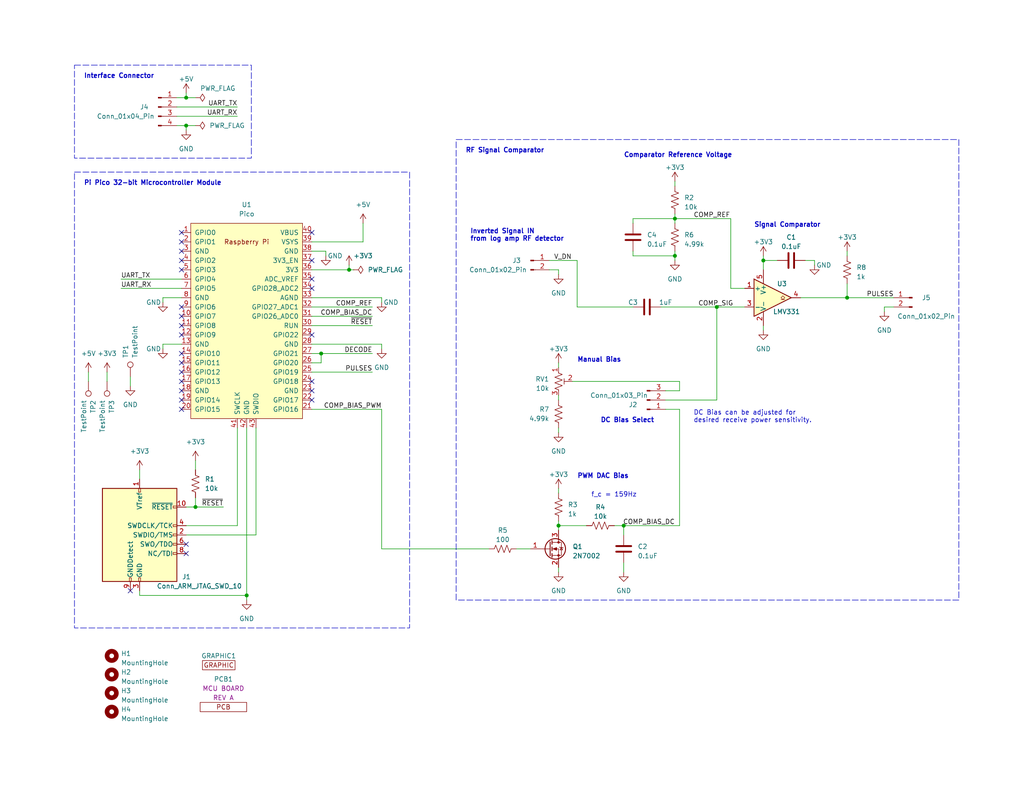
<source format=kicad_sch>
(kicad_sch (version 20230121) (generator eeschema)
  (paper "A")
  (lib_symbols
    (symbol "Comparator:LMV331" (pin_names (offset 0.127))
      (property "Reference" "U" (at 1.27 5.08 0))
      (property "Value" "LMV331" (at 3.81 -5.08 0))
      (symbol "LMV331_0_1"
        (polyline (pts (xy -5.08 5.08) (xy 5.08 0) (xy -5.08 -5.08) (xy -5.08 5.08)) (stroke (width 0.254)) (fill (type background)))
        (polyline (pts (xy 3.302 -0.508) (xy 2.794 -0.508) (xy 3.302 0) (xy 2.794 0.508) (xy 2.286 0) (xy 2.794 -0.508) (xy 2.286 -0.508)) (stroke (width 0.127)))
      )
      (symbol "LMV331_1_1"
        (pin input line (at -7.62 2.54 0) (length 2.54) (name "+") (number "1"))
        (pin power_in line (at -2.54 -7.62 90) (length 3.81) (name "V-") (number "2"))
        (pin input line (at -7.62 -2.54 0) (length 2.54) (name "-") (number "3"))
        (pin open_collector line (at 7.62 0 180) (length 2.54) (name "~") (number "4"))
        (pin power_in line (at -2.54 7.62 270) (length 3.81) (name "V+") (number "5"))
      )
    )
    (symbol "Connector:Conn_01x02_Pin" (pin_names (offset 1.016) hide)
      (property "Reference" "J" (at 0 2.54 0))
      (property "Value" "Conn_01x02_Pin" (at 0 -5.08 0))
      (symbol "Conn_01x02_Pin_1_1"
        (polyline (pts (xy 1.27 -2.54) (xy 0.8636 -2.54)) (stroke (width 0.1524)))
        (polyline (pts (xy 1.27 0) (xy 0.8636 0)) (stroke (width 0.1524)))
        (rectangle (start 0.8636 -2.413) (end 0 -2.667) (stroke (width 0.1524)) (fill (type outline)))
        (rectangle (start 0.8636 0.127) (end 0 -0.127) (stroke (width 0.1524)) (fill (type outline)))
        (pin passive line (at 5.08 0 180) (length 3.81) (name "Pin_1") (number "1"))
        (pin passive line (at 5.08 -2.54 180) (length 3.81) (name "Pin_2") (number "2"))
      )
    )
    (symbol "Connector:Conn_01x03_Pin" (pin_names (offset 1.016) hide)
      (property "Reference" "J" (at 0 5.08 0))
      (property "Value" "Conn_01x03_Pin" (at 0 -5.08 0))
      (symbol "Conn_01x03_Pin_1_1"
        (polyline (pts (xy 1.27 -2.54) (xy 0.8636 -2.54)) (stroke (width 0.1524)))
        (polyline (pts (xy 1.27 0) (xy 0.8636 0)) (stroke (width 0.1524)))
        (polyline (pts (xy 1.27 2.54) (xy 0.8636 2.54)) (stroke (width 0.1524)))
        (rectangle (start 0.8636 -2.413) (end 0 -2.667) (stroke (width 0.1524)) (fill (type outline)))
        (rectangle (start 0.8636 0.127) (end 0 -0.127) (stroke (width 0.1524)) (fill (type outline)))
        (rectangle (start 0.8636 2.667) (end 0 2.413) (stroke (width 0.1524)) (fill (type outline)))
        (pin passive line (at 5.08 2.54 180) (length 3.81) (name "Pin_1") (number "1"))
        (pin passive line (at 5.08 0 180) (length 3.81) (name "Pin_2") (number "2"))
        (pin passive line (at 5.08 -2.54 180) (length 3.81) (name "Pin_3") (number "3"))
      )
    )
    (symbol "Connector:Conn_01x04_Pin" (pin_names (offset 1.016) hide)
      (property "Reference" "J" (at 0 5.08 0))
      (property "Value" "Conn_01x04_Pin" (at 0 -7.62 0))
      (symbol "Conn_01x04_Pin_1_1"
        (polyline (pts (xy 1.27 -5.08) (xy 0.8636 -5.08)) (stroke (width 0.1524)))
        (polyline (pts (xy 1.27 -2.54) (xy 0.8636 -2.54)) (stroke (width 0.1524)))
        (polyline (pts (xy 1.27 0) (xy 0.8636 0)) (stroke (width 0.1524)))
        (polyline (pts (xy 1.27 2.54) (xy 0.8636 2.54)) (stroke (width 0.1524)))
        (rectangle (start 0.8636 -4.953) (end 0 -5.207) (stroke (width 0.1524)) (fill (type outline)))
        (rectangle (start 0.8636 -2.413) (end 0 -2.667) (stroke (width 0.1524)) (fill (type outline)))
        (rectangle (start 0.8636 0.127) (end 0 -0.127) (stroke (width 0.1524)) (fill (type outline)))
        (rectangle (start 0.8636 2.667) (end 0 2.413) (stroke (width 0.1524)) (fill (type outline)))
        (pin passive line (at 5.08 2.54 180) (length 3.81) (name "Pin_1") (number "1"))
        (pin passive line (at 5.08 0 180) (length 3.81) (name "Pin_2") (number "2"))
        (pin passive line (at 5.08 -2.54 180) (length 3.81) (name "Pin_3") (number "3"))
        (pin passive line (at 5.08 -5.08 180) (length 3.81) (name "Pin_4") (number "4"))
      )
    )
    (symbol "Connector:Conn_ARM_JTAG_SWD_10" (pin_names (offset 1.016))
      (property "Reference" "J" (at -2.54 16.51 0))
      (property "Value" "Conn_ARM_JTAG_SWD_10" (at -2.54 13.97 0))
      (symbol "Conn_ARM_JTAG_SWD_10_0_1"
        (rectangle (start -10.16 12.7) (end 10.16 -12.7) (stroke (width 0.254)) (fill (type background)))
        (rectangle (start -2.794 -12.7) (end -2.286 -11.684))
        (rectangle (start -0.254 -12.7) (end 0.254 -11.684))
        (rectangle (start -0.254 12.7) (end 0.254 11.684))
        (rectangle (start 9.144 2.286) (end 10.16 2.794))
        (rectangle (start 10.16 -2.794) (end 9.144 -2.286))
        (rectangle (start 10.16 -0.254) (end 9.144 0.254))
        (rectangle (start 10.16 7.874) (end 9.144 7.366))
      )
      (symbol "Conn_ARM_JTAG_SWD_10_1_1"
        (rectangle (start 9.144 -5.334) (end 10.16 -4.826))
        (pin power_in line (at 0 15.24 270) (length 2.54) (name "VTref") (number "1"))
        (pin open_collector line (at 12.7 7.62 180) (length 2.54) (name "~{RESET}") (number "10"))
        (pin bidirectional line (at 12.7 0 180) (length 2.54) (name "SWDIO/TMS") (number "2"))
        (pin power_in line (at 0 -15.24 90) (length 2.54) (name "GND") (number "3"))
        (pin output line (at 12.7 2.54 180) (length 2.54) (name "SWDCLK/TCK") (number "4"))
        (pin passive line (at 0 -15.24 90) (length 2.54) hide (name "GND") (number "5"))
        (pin input line (at 12.7 -2.54 180) (length 2.54) (name "SWO/TDO") (number "6"))
        (pin no_connect line (at -10.16 0 0) (length 2.54) hide (name "KEY") (number "7"))
        (pin output line (at 12.7 -5.08 180) (length 2.54) (name "NC/TDI") (number "8"))
        (pin passive line (at -2.54 -15.24 90) (length 2.54) (name "GNDDetect") (number "9"))
      )
    )
    (symbol "Connector:TestPoint" (pin_numbers hide) (pin_names (offset 0.762) hide)
      (property "Reference" "TP" (at 0 6.858 0))
      (property "Value" "TestPoint" (at 0 5.08 0))
      (symbol "TestPoint_0_1"
        (circle (center 0 3.302) (radius 0.762))
      )
      (symbol "TestPoint_1_1"
        (pin passive line (at 0 0 90) (length 2.54) (name "1") (number "1"))
      )
    )
    (symbol "Custom_MCU:Pico" (pin_names (offset 1.016))
      (property "Reference" "U" (at -13.97 27.94 0))
      (property "Value" "Pico" (at 0 19.05 0))
      (symbol "Pico_0_0"
        (text "Raspberry Pi" (at 0 21.59 0) (effects (font (size 1.27 1.27))))
      )
      (symbol "Pico_0_1"
        (rectangle (start -15.24 26.67) (end 15.24 -26.67) (fill (type background)))
      )
      (symbol "Pico_1_1"
        (pin bidirectional line (at -17.78 24.13 0) (length 2.54) (name "GPIO0") (number "1"))
        (pin bidirectional line (at -17.78 1.27 0) (length 2.54) (name "GPIO7") (number "10"))
        (pin bidirectional line (at -17.78 -1.27 0) (length 2.54) (name "GPIO8") (number "11"))
        (pin bidirectional line (at -17.78 -3.81 0) (length 2.54) (name "GPIO9") (number "12"))
        (pin power_in line (at -17.78 -6.35 0) (length 2.54) (name "GND") (number "13"))
        (pin bidirectional line (at -17.78 -8.89 0) (length 2.54) (name "GPIO10") (number "14"))
        (pin bidirectional line (at -17.78 -11.43 0) (length 2.54) (name "GPIO11") (number "15"))
        (pin bidirectional line (at -17.78 -13.97 0) (length 2.54) (name "GPIO12") (number "16"))
        (pin bidirectional line (at -17.78 -16.51 0) (length 2.54) (name "GPIO13") (number "17"))
        (pin power_in line (at -17.78 -19.05 0) (length 2.54) (name "GND") (number "18"))
        (pin bidirectional line (at -17.78 -21.59 0) (length 2.54) (name "GPIO14") (number "19"))
        (pin bidirectional line (at -17.78 21.59 0) (length 2.54) (name "GPIO1") (number "2"))
        (pin bidirectional line (at -17.78 -24.13 0) (length 2.54) (name "GPIO15") (number "20"))
        (pin bidirectional line (at 17.78 -24.13 180) (length 2.54) (name "GPIO16") (number "21"))
        (pin bidirectional line (at 17.78 -21.59 180) (length 2.54) (name "GPIO17") (number "22"))
        (pin power_in line (at 17.78 -19.05 180) (length 2.54) (name "GND") (number "23"))
        (pin bidirectional line (at 17.78 -16.51 180) (length 2.54) (name "GPIO18") (number "24"))
        (pin bidirectional line (at 17.78 -13.97 180) (length 2.54) (name "GPIO19") (number "25"))
        (pin bidirectional line (at 17.78 -11.43 180) (length 2.54) (name "GPIO20") (number "26"))
        (pin bidirectional line (at 17.78 -8.89 180) (length 2.54) (name "GPIO21") (number "27"))
        (pin power_in line (at 17.78 -6.35 180) (length 2.54) (name "GND") (number "28"))
        (pin bidirectional line (at 17.78 -3.81 180) (length 2.54) (name "GPIO22") (number "29"))
        (pin power_in line (at -17.78 19.05 0) (length 2.54) (name "GND") (number "3"))
        (pin input line (at 17.78 -1.27 180) (length 2.54) (name "RUN") (number "30"))
        (pin bidirectional line (at 17.78 1.27 180) (length 2.54) (name "GPIO26_ADC0") (number "31"))
        (pin bidirectional line (at 17.78 3.81 180) (length 2.54) (name "GPIO27_ADC1") (number "32"))
        (pin power_in line (at 17.78 6.35 180) (length 2.54) (name "AGND") (number "33"))
        (pin bidirectional line (at 17.78 8.89 180) (length 2.54) (name "GPIO28_ADC2") (number "34"))
        (pin unspecified line (at 17.78 11.43 180) (length 2.54) (name "ADC_VREF") (number "35"))
        (pin unspecified line (at 17.78 13.97 180) (length 2.54) (name "3V3") (number "36"))
        (pin input line (at 17.78 16.51 180) (length 2.54) (name "3V3_EN") (number "37"))
        (pin power_in line (at 17.78 19.05 180) (length 2.54) (name "GND") (number "38"))
        (pin unspecified line (at 17.78 21.59 180) (length 2.54) (name "VSYS") (number "39"))
        (pin bidirectional line (at -17.78 16.51 0) (length 2.54) (name "GPIO2") (number "4"))
        (pin unspecified line (at 17.78 24.13 180) (length 2.54) (name "VBUS") (number "40"))
        (pin input line (at -2.54 -29.21 90) (length 2.54) (name "SWCLK") (number "41"))
        (pin power_in line (at 0 -29.21 90) (length 2.54) (name "GND") (number "42"))
        (pin bidirectional line (at 2.54 -29.21 90) (length 2.54) (name "SWDIO") (number "43"))
        (pin bidirectional line (at -17.78 13.97 0) (length 2.54) (name "GPIO3") (number "5"))
        (pin bidirectional line (at -17.78 11.43 0) (length 2.54) (name "GPIO4") (number "6"))
        (pin bidirectional line (at -17.78 8.89 0) (length 2.54) (name "GPIO5") (number "7"))
        (pin power_in line (at -17.78 6.35 0) (length 2.54) (name "GND") (number "8"))
        (pin bidirectional line (at -17.78 3.81 0) (length 2.54) (name "GPIO6") (number "9"))
      )
    )
    (symbol "Custom_Placeholder:Graphic" (pin_numbers hide) (pin_names (offset 0) hide) (in_bom no)
      (property "Reference" "GRAPHIC" (at 0 2.54 0))
      (symbol "Graphic_0_0"
        (rectangle (start -4.445 1.27) (end 4.445 -1.27))
        (text "GRAPHIC" (at 0 0 0) (effects (font (size 1.27 1.27))))
      )
    )
    (symbol "Custom_Placeholder:PCB" (pin_numbers hide) (pin_names (offset 0) hide)
      (property "Reference" "PCB" (at 0 4.445 0))
      (property "MPN" "PN XXXXXXX" (at 0 -2.54 0))
      (property "REV" "REV _" (at -3.175 -4.445 0))
      (symbol "PCB_0_0"
        (rectangle (start -6.35 1.27) (end 6.35 -1.27))
        (text "PCB" (at 0 0 0) (effects (font (size 1.27 1.27))))
      )
    )
    (symbol "Device:C" (pin_numbers hide) (pin_names (offset 0.254))
      (property "Reference" "C" (at 0.635 2.54 0))
      (property "Value" "C" (at 0.635 -2.54 0))
      (symbol "C_0_1"
        (polyline (pts (xy -2.032 -0.762) (xy 2.032 -0.762)) (stroke (width 0.508)))
        (polyline (pts (xy -2.032 0.762) (xy 2.032 0.762)) (stroke (width 0.508)))
      )
      (symbol "C_1_1"
        (pin passive line (at 0 3.81 270) (length 2.794) (name "~") (number "1"))
        (pin passive line (at 0 -3.81 90) (length 2.794) (name "~") (number "2"))
      )
    )
    (symbol "Device:R_Potentiometer_Trim_US" (pin_names (offset 1.016) hide)
      (property "Reference" "RV" (at -4.445 0 90))
      (property "Value" "R_Potentiometer_Trim_US" (at -2.54 0 90))
      (symbol "R_Potentiometer_Trim_US_0_1"
        (polyline (pts (xy 0 -2.286) (xy 0 -2.54)))
        (polyline (pts (xy 0 2.286) (xy 0 2.54)))
        (polyline (pts (xy 1.524 0.762) (xy 1.524 -0.762)))
        (polyline (pts (xy 2.54 0) (xy 1.524 0)))
        (polyline (pts (xy 0 -0.762) (xy 1.016 -1.143) (xy 0 -1.524) (xy -1.016 -1.905) (xy 0 -2.286)))
        (polyline (pts (xy 0 0.762) (xy 1.016 0.381) (xy 0 0) (xy -1.016 -0.381) (xy 0 -0.762)))
        (polyline (pts (xy 0 2.286) (xy 1.016 1.905) (xy 0 1.524) (xy -1.016 1.143) (xy 0 0.762)))
      )
      (symbol "R_Potentiometer_Trim_US_1_1"
        (pin passive line (at 0 3.81 270) (length 1.27) (name "1") (number "1"))
        (pin passive line (at 3.81 0 180) (length 1.27) (name "2") (number "2"))
        (pin passive line (at 0 -3.81 90) (length 1.27) (name "3") (number "3"))
      )
    )
    (symbol "Device:R_US" (pin_numbers hide) (pin_names (offset 0))
      (property "Reference" "R" (at 2.54 0 90))
      (property "Value" "R_US" (at -2.54 0 90))
      (symbol "R_US_0_1"
        (polyline (pts (xy 0 -2.286) (xy 0 -2.54)))
        (polyline (pts (xy 0 2.286) (xy 0 2.54)))
        (polyline (pts (xy 0 -0.762) (xy 1.016 -1.143) (xy 0 -1.524) (xy -1.016 -1.905) (xy 0 -2.286)))
        (polyline (pts (xy 0 0.762) (xy 1.016 0.381) (xy 0 0) (xy -1.016 -0.381) (xy 0 -0.762)))
        (polyline (pts (xy 0 2.286) (xy 1.016 1.905) (xy 0 1.524) (xy -1.016 1.143) (xy 0 0.762)))
      )
      (symbol "R_US_1_1"
        (pin passive line (at 0 3.81 270) (length 1.27) (name "~") (number "1"))
        (pin passive line (at 0 -3.81 90) (length 1.27) (name "~") (number "2"))
      )
    )
    (symbol "Mechanical:MountingHole" (pin_names (offset 1.016))
      (property "Reference" "H" (at 0 5.08 0))
      (property "Value" "MountingHole" (at 0 3.175 0))
      (symbol "MountingHole_0_1"
        (circle (center 0 0) (radius 1.27) (stroke (width 1.27)))
      )
    )
    (symbol "Transistor_FET:2N7002" (pin_names hide)
      (property "Reference" "Q" (at 5.08 1.905 0))
      (property "Value" "2N7002" (at 5.08 0 0))
      (symbol "2N7002_0_1"
        (polyline (pts (xy 0.254 0) (xy -2.54 0)))
        (polyline (pts (xy 0.254 1.905) (xy 0.254 -1.905)) (stroke (width 0.254)))
        (polyline (pts (xy 0.762 -1.27) (xy 0.762 -2.286)) (stroke (width 0.254)))
        (polyline (pts (xy 0.762 0.508) (xy 0.762 -0.508)) (stroke (width 0.254)))
        (polyline (pts (xy 0.762 2.286) (xy 0.762 1.27)) (stroke (width 0.254)))
        (polyline (pts (xy 2.54 2.54) (xy 2.54 1.778)))
        (polyline (pts (xy 2.54 -2.54) (xy 2.54 0) (xy 0.762 0)))
        (polyline (pts (xy 0.762 -1.778) (xy 3.302 -1.778) (xy 3.302 1.778) (xy 0.762 1.778)))
        (polyline (pts (xy 1.016 0) (xy 2.032 0.381) (xy 2.032 -0.381) (xy 1.016 0)) (fill (type outline)))
        (polyline (pts (xy 2.794 0.508) (xy 2.921 0.381) (xy 3.683 0.381) (xy 3.81 0.254)))
        (polyline (pts (xy 3.302 0.381) (xy 2.921 -0.254) (xy 3.683 -0.254) (xy 3.302 0.381)))
        (circle (center 1.651 0) (radius 2.794) (stroke (width 0.254)))
        (circle (center 2.54 -1.778) (radius 0.254) (fill (type outline)))
        (circle (center 2.54 1.778) (radius 0.254) (fill (type outline)))
      )
      (symbol "2N7002_1_1"
        (pin input line (at -5.08 0 0) (length 2.54) (name "G") (number "1"))
        (pin passive line (at 2.54 -5.08 90) (length 2.54) (name "S") (number "2"))
        (pin passive line (at 2.54 5.08 270) (length 2.54) (name "D") (number "3"))
      )
    )
    (symbol "power:+3V3" (power) (pin_names (offset 0))
      (property "Value" "+3V3" (at 0 3.556 0))
      (symbol "+3V3_0_1"
        (polyline (pts (xy -0.762 1.27) (xy 0 2.54)))
        (polyline (pts (xy 0 0) (xy 0 2.54)))
        (polyline (pts (xy 0 2.54) (xy 0.762 1.27)))
      )
      (symbol "+3V3_1_1"
        (pin power_in line (at 0 0 90) (length 0) hide (name "+3V3") (number "1"))
      )
    )
    (symbol "power:+5V" (power) (pin_names (offset 0))
      (property "Value" "+5V" (at 0 3.556 0))
      (symbol "+5V_0_1"
        (polyline (pts (xy -0.762 1.27) (xy 0 2.54)))
        (polyline (pts (xy 0 0) (xy 0 2.54)))
        (polyline (pts (xy 0 2.54) (xy 0.762 1.27)))
      )
      (symbol "+5V_1_1"
        (pin power_in line (at 0 0 90) (length 0) hide (name "+5V") (number "1"))
      )
    )
    (symbol "power:GND" (power) (pin_names (offset 0))
      (property "Value" "GND" (at 0 -3.81 0))
      (symbol "GND_0_1"
        (polyline (pts (xy 0 0) (xy 0 -1.27) (xy 1.27 -1.27) (xy 0 -2.54) (xy -1.27 -1.27) (xy 0 -1.27)))
      )
      (symbol "GND_1_1"
        (pin power_in line (at 0 0 270) (length 0) hide (name "GND") (number "1"))
      )
    )
    (symbol "power:PWR_FLAG" (power) (pin_numbers hide) (pin_names (offset 0) hide)
      (property "Value" "PWR_FLAG" (at 0 3.81 0))
      (symbol "PWR_FLAG_0_0"
        (pin power_out line (at 0 0 90) (length 0) (name "pwr") (number "1"))
      )
      (symbol "PWR_FLAG_0_1"
        (polyline (pts (xy 0 0) (xy 0 1.27) (xy -1.016 1.905) (xy 0 2.54) (xy 1.016 1.905) (xy 0 1.27)))
      )
    )
  )
  (junction (at 50.8 26.67))
  (junction (at 195.58 83.82))
  (junction (at 152.4 143.51))
  (junction (at 184.15 69.85))
  (junction (at 87.63 96.52))
  (junction (at 170.18 143.51))
  (junction (at 208.28 71.12))
  (junction (at 67.31 162.56))
  (junction (at 50.8 34.29))
  (junction (at 231.14 81.28))
  (junction (at 53.34 138.43))
  (junction (at 95.25 73.66))
  (junction (at 184.15 59.69))
  (no_connect (at 85.09 76.2))
  (no_connect (at 49.53 66.04))
  (no_connect (at 49.53 104.14))
  (no_connect (at 49.53 86.36))
  (no_connect (at 49.53 106.68))
  (no_connect (at 49.53 83.82))
  (no_connect (at 49.53 111.76))
  (no_connect (at 85.09 78.74))
  (no_connect (at 49.53 68.58))
  (no_connect (at 49.53 71.12))
  (no_connect (at 49.53 96.52))
  (no_connect (at 49.53 63.5))
  (no_connect (at 50.8 151.13))
  (no_connect (at 85.09 104.14))
  (no_connect (at 49.53 99.06))
  (no_connect (at 49.53 101.6))
  (no_connect (at 49.53 109.22))
  (no_connect (at 85.09 63.5))
  (no_connect (at 49.53 91.44))
  (no_connect (at 85.09 106.68))
  (no_connect (at 35.56 161.29))
  (no_connect (at 49.53 88.9))
  (no_connect (at 49.53 73.66))
  (no_connect (at 85.09 109.22))
  (no_connect (at 50.8 148.59))
  (no_connect (at 85.09 91.44))
  (no_connect (at 85.09 71.12))
  (wire (pts (xy 185.42 104.14) (xy 185.42 106.68)))
  (wire (pts (xy 33.02 76.2) (xy 49.53 76.2)))
  (wire (pts (xy 152.4 154.94) (xy 152.4 156.21)))
  (wire (pts (xy 172.72 69.85) (xy 184.15 69.85)))
  (wire (pts (xy 184.15 68.58) (xy 184.15 69.85)))
  (wire (pts (xy 87.63 96.52) (xy 101.6 96.52)))
  (wire (pts (xy 172.72 83.82) (xy 157.48 83.82)))
  (wire (pts (xy 172.72 60.96) (xy 172.72 59.69)))
  (wire (pts (xy 50.8 146.05) (xy 69.85 146.05)))
  (wire (pts (xy 85.09 81.28) (xy 104.14 81.28)))
  (wire (pts (xy 85.09 96.52) (xy 87.63 96.52)))
  (wire (pts (xy 152.4 116.84) (xy 152.4 118.11)))
  (wire (pts (xy 172.72 68.58) (xy 172.72 69.85)))
  (wire (pts (xy 95.25 72.39) (xy 95.25 73.66)))
  (wire (pts (xy 95.25 73.66) (xy 85.09 73.66)))
  (wire (pts (xy 195.58 83.82) (xy 203.2 83.82)))
  (wire (pts (xy 140.97 149.86) (xy 144.78 149.86)))
  (wire (pts (xy 241.3 83.82) (xy 243.84 83.82)))
  (wire (pts (xy 152.4 107.95) (xy 152.4 109.22)))
  (wire (pts (xy 24.13 101.6) (xy 24.13 104.14)))
  (wire (pts (xy 85.09 88.9) (xy 101.6 88.9)))
  (wire (pts (xy 44.45 93.98) (xy 49.53 93.98)))
  (wire (pts (xy 85.09 83.82) (xy 101.6 83.82)))
  (wire (pts (xy 38.1 128.27) (xy 38.1 130.81)))
  (wire (pts (xy 156.21 104.14) (xy 185.42 104.14)))
  (wire (pts (xy 50.8 35.56) (xy 50.8 34.29)))
  (wire (pts (xy 157.48 83.82) (xy 157.48 71.12)))
  (wire (pts (xy 104.14 82.55) (xy 104.14 81.28)))
  (wire (pts (xy 50.8 26.67) (xy 53.34 26.67)))
  (wire (pts (xy 152.4 73.66) (xy 149.86 73.66)))
  (wire (pts (xy 152.4 99.06) (xy 152.4 100.33)))
  (wire (pts (xy 50.8 34.29) (xy 48.26 34.29)))
  (wire (pts (xy 152.4 133.35) (xy 152.4 134.62)))
  (wire (pts (xy 184.15 59.69) (xy 199.39 59.69)))
  (wire (pts (xy 38.1 161.29) (xy 38.1 162.56)))
  (wire (pts (xy 180.34 83.82) (xy 195.58 83.82)))
  (wire (pts (xy 64.77 29.21) (xy 48.26 29.21)))
  (wire (pts (xy 44.45 82.55) (xy 44.45 81.28)))
  (wire (pts (xy 53.34 125.73) (xy 53.34 128.27)))
  (wire (pts (xy 85.09 93.98) (xy 104.14 93.98)))
  (wire (pts (xy 38.1 162.56) (xy 67.31 162.56)))
  (wire (pts (xy 241.3 85.09) (xy 241.3 83.82)))
  (wire (pts (xy 104.14 149.86) (xy 133.35 149.86)))
  (wire (pts (xy 199.39 78.74) (xy 203.2 78.74)))
  (wire (pts (xy 67.31 116.84) (xy 67.31 162.56)))
  (wire (pts (xy 88.9 68.58) (xy 85.09 68.58)))
  (wire (pts (xy 222.25 71.12) (xy 219.71 71.12)))
  (wire (pts (xy 231.14 81.28) (xy 243.84 81.28)))
  (wire (pts (xy 104.14 149.86) (xy 104.14 111.76)))
  (wire (pts (xy 208.28 71.12) (xy 212.09 71.12)))
  (wire (pts (xy 99.06 60.96) (xy 99.06 66.04)))
  (wire (pts (xy 44.45 81.28) (xy 49.53 81.28)))
  (wire (pts (xy 87.63 99.06) (xy 87.63 96.52)))
  (wire (pts (xy 181.61 109.22) (xy 195.58 109.22)))
  (wire (pts (xy 199.39 59.69) (xy 199.39 78.74)))
  (wire (pts (xy 50.8 26.67) (xy 48.26 26.67)))
  (wire (pts (xy 185.42 106.68) (xy 181.61 106.68)))
  (wire (pts (xy 184.15 49.53) (xy 184.15 50.8)))
  (wire (pts (xy 85.09 101.6) (xy 101.6 101.6)))
  (wire (pts (xy 53.34 135.89) (xy 53.34 138.43)))
  (wire (pts (xy 50.8 25.4) (xy 50.8 26.67)))
  (wire (pts (xy 152.4 143.51) (xy 152.4 144.78)))
  (wire (pts (xy 64.77 31.75) (xy 48.26 31.75)))
  (wire (pts (xy 172.72 59.69) (xy 184.15 59.69)))
  (wire (pts (xy 95.25 73.66) (xy 96.52 73.66)))
  (wire (pts (xy 53.34 138.43) (xy 60.96 138.43)))
  (wire (pts (xy 157.48 71.12) (xy 149.86 71.12)))
  (wire (pts (xy 195.58 109.22) (xy 195.58 83.82)))
  (wire (pts (xy 29.21 101.6) (xy 29.21 104.14)))
  (wire (pts (xy 88.9 69.85) (xy 88.9 68.58)))
  (wire (pts (xy 104.14 95.25) (xy 104.14 93.98)))
  (wire (pts (xy 85.09 66.04) (xy 99.06 66.04)))
  (wire (pts (xy 69.85 146.05) (xy 69.85 116.84)))
  (wire (pts (xy 170.18 146.05) (xy 170.18 143.51)))
  (wire (pts (xy 170.18 143.51) (xy 167.64 143.51)))
  (wire (pts (xy 67.31 162.56) (xy 67.31 163.83)))
  (wire (pts (xy 184.15 69.85) (xy 184.15 71.12)))
  (wire (pts (xy 44.45 95.25) (xy 44.45 93.98)))
  (wire (pts (xy 152.4 143.51) (xy 160.02 143.51)))
  (wire (pts (xy 218.44 81.28) (xy 231.14 81.28)))
  (wire (pts (xy 64.77 116.84) (xy 64.77 143.51)))
  (wire (pts (xy 208.28 71.12) (xy 208.28 73.66)))
  (wire (pts (xy 64.77 143.51) (xy 50.8 143.51)))
  (wire (pts (xy 185.42 111.76) (xy 181.61 111.76)))
  (wire (pts (xy 185.42 111.76) (xy 185.42 143.51)))
  (wire (pts (xy 85.09 99.06) (xy 87.63 99.06)))
  (wire (pts (xy 50.8 34.29) (xy 53.34 34.29)))
  (wire (pts (xy 231.14 77.47) (xy 231.14 81.28)))
  (wire (pts (xy 231.14 68.58) (xy 231.14 69.85)))
  (wire (pts (xy 170.18 153.67) (xy 170.18 156.21)))
  (wire (pts (xy 152.4 74.93) (xy 152.4 73.66)))
  (wire (pts (xy 222.25 72.39) (xy 222.25 71.12)))
  (wire (pts (xy 208.28 69.85) (xy 208.28 71.12)))
  (wire (pts (xy 85.09 111.76) (xy 104.14 111.76)))
  (wire (pts (xy 33.02 78.74) (xy 49.53 78.74)))
  (wire (pts (xy 35.56 102.87) (xy 35.56 105.41)))
  (wire (pts (xy 208.28 88.9) (xy 208.28 90.17)))
  (wire (pts (xy 85.09 86.36) (xy 101.6 86.36)))
  (wire (pts (xy 152.4 142.24) (xy 152.4 143.51)))
  (wire (pts (xy 50.8 138.43) (xy 53.34 138.43)))
  (wire (pts (xy 185.42 143.51) (xy 170.18 143.51)))
  (wire (pts (xy 184.15 59.69) (xy 184.15 60.96)))
  (wire (pts (xy 184.15 58.42) (xy 184.15 59.69)))
  (rectangle (start 20.32 17.78) (end 68.58 43.18) (stroke (width 0) (type dash)))
  (rectangle (start 20.32 46.99) (end 111.76 171.45) (stroke (width 0) (type dash)))
  (rectangle (start 124.46 38.1) (end 261.62 163.83) (stroke (width 0) (type dash)))
  (text "DC Bias Select" (at 163.83 115.57 0) (effects (font (size 1.27 1.27) (thickness 0.254) bold) (justify left bottom)))
  (text "Manual Bias" (at 157.48 99.06 0) (effects (font (size 1.27 1.27) (thickness 0.254) bold) (justify left bottom)))
  (text "PWM DAC Bias" (at 157.48 130.81 0) (effects (font (size 1.27 1.27) (thickness 0.254) bold) (justify left bottom)))
  (text "Inverted Signal IN\nfrom log amp RF detector" (at 128.27 66.04 0) (effects (font (size 1.27 1.27) bold) (justify left bottom)))
  (text "DC Bias can be adjusted for\ndesired receive power sensitivity." (at 189.23 115.57 0) (effects (font (size 1.27 1.27)) (justify left bottom)))
  (text "Signal Comparator" (at 205.74 62.23 0) (effects (font (size 1.27 1.27) (thickness 0.254) bold) (justify left bottom)))
  (text "Comparator Reference Voltage" (at 170.18 43.18 0) (effects (font (size 1.27 1.27) (thickness 0.254) bold) (justify left bottom)))
  (text "f_c = 159Hz" (at 161.29 135.89 0) (effects (font (size 1.27 1.27)) (justify left bottom)))
  (text "Interface Connector" (at 22.86 21.59 0) (effects (font (size 1.27 1.27) bold) (justify left bottom)))
  (text "Pi Pico 32-bit Microcontroller Module" (at 22.86 50.8 0) (effects (font (size 1.27 1.27) (thickness 0.254) bold) (justify left bottom)))
  (text "RF Signal Comparator" (at 127 41.91 0) (effects (font (size 1.27 1.27) bold) (justify left bottom)))
  (label "UART_TX" (at 33.02 76.2 0))
  (label "PULSES" (at 101.6 101.6 180))
  (label "COMP_REF" (at 101.6 83.82 180))
  (label "COMP_REF" (at 189.23 59.69 0))
  (label "~{RESET}" (at 101.6 88.9 180))
  (label "COMP_BIAS_PWM" (at 104.14 111.76 180))
  (label "COMP_SIG" (at 190.5 83.82 0))
  (label "PULSES" (at 243.84 81.28 180))
  (label "UART_RX" (at 33.02 78.74 0))
  (label "COMP_BIAS_DC" (at 184.15 143.51 180))
  (label "UART_RX" (at 64.77 31.75 180))
  (label "DECODE" (at 101.6 96.52 180))
  (label "~{RESET}" (at 60.96 138.43 180))
  (label "V_DN" (at 151.13 71.12 0))
  (label "COMP_BIAS_DC" (at 101.6 86.36 180))
  (label "UART_TX" (at 64.77 29.21 180))
  (symbol (lib_id "Connector:TestPoint") (at 24.13 104.14 180) (unit 1)
    (property "Reference" "TP2" (at 25.4 109.22 90) (effects (justify left)))
    (property "Value" "TestPoint" (at 22.86 109.22 90) (effects (justify left)))
    (property "Footprint" "TestPoint:TestPoint_Pad_2.0x2.0mm" (effects hide))
    (property "Standard Cost" "0.00" (effects hide))
  )
  (symbol (lib_id "power:+3V3") (at 29.21 101.6 0) (unit 1)
    (property "Reference" "#PWR08" (effects hide))
    (property "Value" "+3V3" (at 29.21 96.52 0))
  )
  (symbol (lib_id "Device:R_US") (at 53.34 132.08 0) (unit 1)
    (property "Reference" "R1" (at 55.88 130.8099 0) (effects (justify left)))
    (property "Value" "10k" (at 55.88 133.3499 0) (effects (justify left)))
    (property "Footprint" "Resistor_SMD:R_0805_2012Metric" (effects hide))
    (property "Standard Cost" "0.01" (effects hide))
  )
  (symbol (lib_id "power:GND") (at 104.14 82.55 0) (unit 1)
    (property "Reference" "#PWR05" (effects hide))
    (property "Value" "GND" (at 106.68 82.55 0))
  )
  (symbol (lib_id "Custom_MCU:Pico") (at 67.31 87.63 0) (unit 1)
    (property "Reference" "U1" (at 67.31 55.88 0))
    (property "Value" "Pico" (at 67.31 58.42 0))
    (property "Footprint" "Custom_Module:RPi_Pico_SMD_TH" (effects hide))
    (property "Datasheet" "https://datasheets.raspberrypi.com/pico/pico-datasheet.pdf" (effects hide))
    (property "Standard Cost" "4.00" (effects hide))
    (property "MPN" "SC0915" (effects hide))
  )
  (symbol (lib_id "Comparator:LMV331") (at 210.82 81.28 0) (unit 1)
    (property "Reference" "U3" (at 213.36 77.47 0))
    (property "Value" "LMV331" (at 214.63 85.09 0))
    (property "Datasheet" "http://www.ti.com/lit/ds/symlink/lmv331.pdf" (effects hide))
  )
  (symbol (lib_id "Mechanical:MountingHole") (at 30.48 194.31 0) (unit 1)
    (property "Reference" "H4" (at 33.02 193.675 0) (effects (justify left)))
    (property "Value" "MountingHole" (at 33.02 196.215 0) (effects (justify left)))
    (property "Footprint" "MountingHole:MountingHole_3.2mm_M3" (effects hide))
  )
  (symbol (lib_id "power:GND") (at 44.45 82.55 0) (unit 1)
    (property "Reference" "#PWR02" (effects hide))
    (property "Value" "GND" (at 41.91 82.55 0))
  )
  (symbol (lib_id "power:+3V3") (at 53.34 125.73 0) (unit 1)
    (property "Reference" "#PWR010" (effects hide))
    (property "Value" "+3V3" (at 53.34 120.65 0))
  )
  (symbol (lib_id "Custom_Placeholder:Graphic") (at 59.69 181.61 0) (unit 1) (in_bom no)
    (property "Reference" "GRAPHIC1" (at 59.69 179.07 0))
    (property "Value" "Graphic" (effects hide))
    (property "Footprint" "Custom_Graphic:bird_with_pants_small_flipped" (effects hide))
  )
  (symbol (lib_id "power:PWR_FLAG") (at 53.34 34.29 270) (unit 1)
    (property "Reference" "#FLG03" (effects hide))
    (property "Value" "PWR_FLAG" (at 57.15 34.2899 90) (effects (justify left)))
  )
  (symbol (lib_id "power:GND") (at 35.56 105.41 0) (unit 1)
    (property "Reference" "#PWR09" (effects hide))
    (property "Value" "GND" (at 35.56 110.49 0))
  )
  (symbol (lib_id "Device:C") (at 176.53 83.82 90) (unit 1)
    (property "Reference" "C3" (at 172.72 82.55 90))
    (property "Value" "1uF" (at 181.61 82.55 90))
    (property "Footprint" "Capacitor_SMD:C_0805_2012Metric" (effects hide))
  )
  (symbol (lib_id "power:GND") (at 152.4 118.11 0) (unit 1)
    (property "Reference" "#PWR016" (effects hide))
    (property "Value" "GND" (at 152.4 123.19 0))
  )
  (symbol (lib_id "power:GND") (at 208.28 90.17 0) (unit 1)
    (property "Reference" "#PWR015" (effects hide))
    (property "Value" "GND" (at 208.28 95.25 0))
  )
  (symbol (lib_id "power:+3V3") (at 208.28 69.85 0) (unit 1)
    (property "Reference" "#PWR013" (effects hide))
    (property "Value" "+3V3" (at 208.28 66.04 0))
  )
  (symbol (lib_id "power:GND") (at 170.18 156.21 0) (unit 1)
    (property "Reference" "#PWR020" (effects hide))
    (property "Value" "GND" (at 170.18 161.29 0))
  )
  (symbol (lib_id "Connector:Conn_01x02_Pin") (at 248.92 81.28 0) (mirror y) (unit 1)
    (property "Reference" "J5" (at 252.73 81.28 0))
    (property "Value" "Conn_01x02_Pin" (at 252.73 86.36 0))
    (property "Footprint" "Connector_PinHeader_2.54mm:PinHeader_1x02_P2.54mm_Horizontal" (effects hide))
  )
  (symbol (lib_id "Connector:TestPoint") (at 29.21 104.14 180) (unit 1)
    (property "Reference" "TP3" (at 30.48 109.22 90) (effects (justify left)))
    (property "Value" "TestPoint" (at 27.94 109.22 90) (effects (justify left)))
    (property "Footprint" "TestPoint:TestPoint_Pad_2.0x2.0mm" (effects hide))
    (property "Standard Cost" "0.00" (effects hide))
  )
  (symbol (lib_id "power:GND") (at 44.45 95.25 0) (unit 1)
    (property "Reference" "#PWR027" (effects hide))
    (property "Value" "GND" (at 41.91 95.25 0))
  )
  (symbol (lib_id "Mechanical:MountingHole") (at 30.48 179.07 0) (unit 1)
    (property "Reference" "H1" (at 33.02 178.435 0) (effects (justify left)))
    (property "Value" "MountingHole" (at 33.02 180.975 0) (effects (justify left)))
    (property "Footprint" "MountingHole:MountingHole_3.2mm_M3" (effects hide))
  )
  (symbol (lib_id "Device:C") (at 172.72 64.77 0) (unit 1)
    (property "Reference" "C4" (at 176.53 64.135 0) (effects (justify left)))
    (property "Value" "0.1uF" (at 176.53 66.675 0) (effects (justify left)))
    (property "Footprint" "Capacitor_SMD:C_0805_2012Metric" (effects hide))
  )
  (symbol (lib_id "power:GND") (at 152.4 74.93 0) (unit 1)
    (property "Reference" "#PWR023" (effects hide))
    (property "Value" "GND" (at 152.4 80.01 0))
  )
  (symbol (lib_id "power:GND") (at 67.31 163.83 0) (unit 1)
    (property "Reference" "#PWR012" (effects hide))
    (property "Value" "GND" (at 67.31 168.91 0))
  )
  (symbol (lib_id "Connector:TestPoint") (at 35.56 102.87 0) (unit 1)
    (property "Reference" "TP1" (at 34.29 97.79 90) (effects (justify left)))
    (property "Value" "TestPoint" (at 36.83 97.79 90) (effects (justify left)))
    (property "Footprint" "TestPoint:TestPoint_Pad_2.0x2.0mm" (effects hide))
    (property "Standard Cost" "0.00" (effects hide))
  )
  (symbol (lib_id "power:PWR_FLAG") (at 96.52 73.66 270) (unit 1)
    (property "Reference" "#FLG01" (effects hide))
    (property "Value" "PWR_FLAG" (at 100.33 73.6599 90) (effects (justify left)))
  )
  (symbol (lib_id "power:GND") (at 241.3 85.09 0) (unit 1)
    (property "Reference" "#PWR026" (effects hide))
    (property "Value" "GND" (at 241.3 90.17 0))
  )
  (symbol (lib_id "power:GND") (at 50.8 35.56 0) (unit 1)
    (property "Reference" "#PWR025" (effects hide))
    (property "Value" "GND" (at 50.8 40.64 0))
  )
  (symbol (lib_id "power:+3V3") (at 184.15 49.53 0) (unit 1)
    (property "Reference" "#PWR022" (effects hide))
    (property "Value" "+3V3" (at 184.15 45.72 0))
  )
  (symbol (lib_id "power:GND") (at 104.14 95.25 0) (unit 1)
    (property "Reference" "#PWR06" (effects hide))
    (property "Value" "GND" (at 104.14 100.33 0))
  )
  (symbol (lib_id "Connector:Conn_01x04_Pin") (at 43.18 29.21 0) (unit 1)
    (property "Reference" "J4" (at 39.37 29.21 0))
    (property "Value" "Conn_01x04_Pin" (at 34.29 31.75 0))
    (property "Footprint" "Connector_PinHeader_2.54mm:PinHeader_1x04_P2.54mm_Horizontal" (effects hide))
  )
  (symbol (lib_id "power:+5V") (at 99.06 60.96 0) (unit 1)
    (property "Reference" "#PWR01" (effects hide))
    (property "Value" "+5V" (at 99.06 55.88 0))
  )
  (symbol (lib_id "Device:C") (at 215.9 71.12 90) (unit 1)
    (property "Reference" "C1" (at 215.9 64.77 90))
    (property "Value" "0.1uF" (at 215.9 67.31 90))
    (property "Footprint" "Capacitor_SMD:C_0805_2012Metric" (effects hide))
  )
  (symbol (lib_id "Connector:Conn_01x02_Pin") (at 144.78 71.12 0) (unit 1)
    (property "Reference" "J3" (at 140.97 71.12 0))
    (property "Value" "Conn_01x02_Pin" (at 135.89 73.66 0))
    (property "Footprint" "Connector_PinHeader_2.54mm:PinHeader_1x02_P2.54mm_Horizontal" (effects hide))
  )
  (symbol (lib_id "power:+3V3") (at 38.1 128.27 0) (unit 1)
    (property "Reference" "#PWR011" (effects hide))
    (property "Value" "+3V3" (at 38.1 123.19 0))
  )
  (symbol (lib_id "power:+3V3") (at 152.4 133.35 0) (unit 1)
    (property "Reference" "#PWR018" (effects hide))
    (property "Value" "+3V3" (at 152.4 129.54 0))
  )
  (symbol (lib_id "power:GND") (at 184.15 71.12 0) (unit 1)
    (property "Reference" "#PWR021" (effects hide))
    (property "Value" "GND" (at 184.15 76.2 0))
  )
  (symbol (lib_id "Device:R_US") (at 152.4 113.03 0) (unit 1)
    (property "Reference" "R7" (at 149.86 111.76 0) (effects (justify right)))
    (property "Value" "4.99k" (at 149.86 114.3 0) (effects (justify right)))
    (property "Footprint" "Resistor_SMD:R_0805_2012Metric" (effects hide))
  )
  (symbol (lib_id "power:GND") (at 88.9 69.85 0) (unit 1)
    (property "Reference" "#PWR03" (effects hide))
    (property "Value" "GND" (at 91.44 69.85 0))
  )
  (symbol (lib_id "Transistor_FET:2N7002") (at 149.86 149.86 0) (unit 1)
    (property "Reference" "Q1" (at 156.21 149.225 0) (effects (justify left)))
    (property "Value" "2N7002" (at 156.21 151.765 0) (effects (justify left)))
    (property "Footprint" "Package_TO_SOT_SMD:SOT-23" (effects hide))
    (property "Datasheet" "https://www.onsemi.com/pub/Collateral/NDS7002A-D.PDF" (effects hide))
  )
  (symbol (lib_id "power:GND") (at 222.25 72.39 0) (unit 1)
    (property "Reference" "#PWR014" (effects hide))
    (property "Value" "GND" (at 224.79 72.39 0))
  )
  (symbol (lib_id "Device:R_US") (at 152.4 138.43 0) (unit 1)
    (property "Reference" "R3" (at 154.94 137.795 0) (effects (justify left)))
    (property "Value" "1k" (at 154.94 140.335 0) (effects (justify left)))
    (property "Footprint" "Resistor_SMD:R_0805_2012Metric" (effects hide))
  )
  (symbol (lib_id "Mechanical:MountingHole") (at 30.48 184.15 0) (unit 1)
    (property "Reference" "H2" (at 33.02 183.515 0) (effects (justify left)))
    (property "Value" "MountingHole" (at 33.02 186.055 0) (effects (justify left)))
    (property "Footprint" "MountingHole:MountingHole_3.2mm_M3" (effects hide))
  )
  (symbol (lib_id "power:+5V") (at 50.8 25.4 0) (unit 1)
    (property "Reference" "#PWR024" (effects hide))
    (property "Value" "+5V" (at 50.8 21.59 0))
  )
  (symbol (lib_id "Device:C") (at 170.18 149.86 0) (unit 1)
    (property "Reference" "C2" (at 173.99 149.225 0) (effects (justify left)))
    (property "Value" "0.1uF" (at 173.99 151.765 0) (effects (justify left)))
    (property "Footprint" "Capacitor_SMD:C_0805_2012Metric" (effects hide))
  )
  (symbol (lib_id "Connector:Conn_ARM_JTAG_SWD_10") (at 38.1 146.05 0) (unit 1)
    (property "Reference" "J1" (at 52.07 157.48 0) (effects (justify right)))
    (property "Value" "Conn_ARM_JTAG_SWD_10" (at 66.04 160.02 0) (effects (justify right)))
    (property "Footprint" "Connector_PinHeader_1.27mm:PinHeader_2x05_P1.27mm_Vertical_SMD" (effects hide))
    (property "Datasheet" "http://infocenter.arm.com/help/topic/com.arm.doc.ddi0314h/DDI0314H_coresight_components_trm.pdf" (effects hide))
    (property "MPN" "4048" (effects hide))
    (property "Standard Cost" "1.95" (effects hide))
  )
  (symbol (lib_id "power:+5V") (at 24.13 101.6 0) (unit 1)
    (property "Reference" "#PWR07" (effects hide))
    (property "Value" "+5V" (at 24.13 96.52 0))
  )
  (symbol (lib_id "Mechanical:MountingHole") (at 30.48 189.23 0) (unit 1)
    (property "Reference" "H3" (at 33.02 188.595 0) (effects (justify left)))
    (property "Value" "MountingHole" (at 33.02 191.135 0) (effects (justify left)))
    (property "Footprint" "MountingHole:MountingHole_3.2mm_M3" (effects hide))
  )
  (symbol (lib_id "Connector:Conn_01x03_Pin") (at 176.53 109.22 0) (mirror x) (unit 1)
    (property "Reference" "J2" (at 172.72 110.49 0))
    (property "Value" "Conn_01x03_Pin" (at 168.91 107.95 0))
    (property "Footprint" "Connector_PinHeader_2.54mm:PinHeader_1x03_P2.54mm_Horizontal" (effects hide))
  )
  (symbol (lib_id "power:+3V3") (at 95.25 72.39 0) (unit 1)
    (property "Reference" "#PWR04" (effects hide))
    (property "Value" "+3V3" (at 99.06 69.85 0))
  )
  (symbol (lib_id "power:GND") (at 152.4 156.21 0) (unit 1)
    (property "Reference" "#PWR019" (effects hide))
    (property "Value" "GND" (at 152.4 161.29 0))
  )
  (symbol (lib_id "Device:R_US") (at 184.15 64.77 0) (unit 1)
    (property "Reference" "R6" (at 186.69 64.135 0) (effects (justify left)))
    (property "Value" "4.99k" (at 186.69 66.675 0) (effects (justify left)))
    (property "Footprint" "Resistor_SMD:R_0805_2012Metric" (effects hide))
  )
  (symbol (lib_id "power:+3V3") (at 231.14 68.58 0) (unit 1)
    (property "Reference" "#PWR028" (effects hide))
    (property "Value" "+3V3" (at 231.14 64.77 0))
  )
  (symbol (lib_id "Device:R_US") (at 137.16 149.86 90) (unit 1)
    (property "Reference" "R5" (at 137.16 144.78 90))
    (property "Value" "100" (at 137.16 147.32 90))
    (property "Footprint" "Resistor_SMD:R_0805_2012Metric" (effects hide))
  )
  (symbol (lib_id "Device:R_US") (at 163.83 143.51 90) (unit 1)
    (property "Reference" "R4" (at 163.83 138.43 90))
    (property "Value" "10k" (at 163.83 140.97 90))
    (property "Footprint" "Resistor_SMD:R_0805_2012Metric" (effects hide))
  )
  (symbol (lib_id "Device:R_Potentiometer_Trim_US") (at 152.4 104.14 0) (unit 1)
    (property "Reference" "RV1" (at 149.86 103.505 0) (effects (justify right)))
    (property "Value" "10k" (at 149.86 106.045 0) (effects (justify right)))
    (property "Footprint" "Potentiometer_THT:Potentiometer_Bourns_3296W_Vertical" (effects hide))
  )
  (symbol (lib_id "power:+3V3") (at 152.4 99.06 0) (unit 1)
    (property "Reference" "#PWR017" (effects hide))
    (property "Value" "+3V3" (at 152.4 95.25 0))
  )
  (symbol (lib_id "Custom_Placeholder:PCB") (at 60.96 193.04 0) (unit 1)
    (property "Reference" "PCB1" (at 60.96 185.42 0))
    (property "Value" "PCB" (effects hide))
    (property "Footprint" "Custom_Graphic:PCB_PN_REV_small" (effects hide))
    (property "MPN" "MCU BOARD" (at 60.96 187.96 0))
    (property "REV" "REV A" (at 60.96 190.5 0))
  )
  (symbol (lib_id "power:PWR_FLAG") (at 53.34 26.67 270) (unit 1)
    (property "Reference" "#FLG02" (effects hide))
    (property "Value" "PWR_FLAG" (at 54.61 24.13 90) (effects (justify left)))
  )
  (symbol (lib_id "Device:R_US") (at 184.15 54.61 0) (unit 1)
    (property "Reference" "R2" (at 186.69 53.975 0) (effects (justify left)))
    (property "Value" "10k" (at 186.69 56.515 0) (effects (justify left)))
    (property "Footprint" "Resistor_SMD:R_0805_2012Metric" (effects hide))
  )
  (symbol (lib_id "Device:R_US") (at 231.14 73.66 0) (unit 1)
    (property "Reference" "R8" (at 233.68 73.025 0) (effects (justify left)))
    (property "Value" "1k" (at 233.68 75.565 0) (effects (justify left)))
  )
)
</source>
